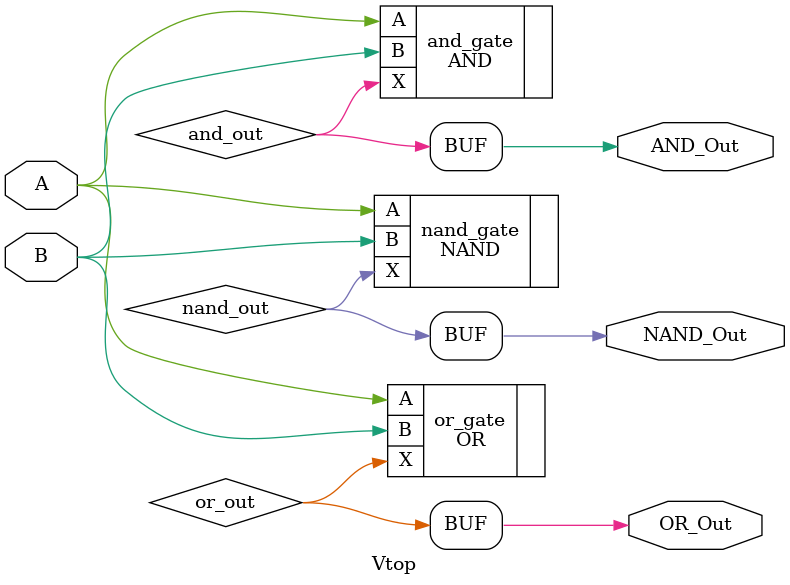
<source format=v>
module Vtop(
    input wire A,
    input wire B,
    output wire AND_Out,
    output wire OR_Out,
    output wire NAND_Out
);

    // Internal wires to connect the outputs of individual gates
    wire and_out;
    wire or_out;
    wire nand_out;

    // Instantiate AND gate
    AND and_gate (
        .X(and_out),
        .A(A),
        .B(B)
    );

    // Instantiate OR gate
    OR or_gate (
        .X(or_out),
        .A(A),
        .B(B)
    );

    // Instantiate NAND gate
    NAND nand_gate (
        .X(nand_out),
        .A(A),
        .B(B)
    );

    // Connect internal wires to module outputs
    assign AND_Out = and_out;
    assign OR_Out = or_out;
    assign NAND_Out = nand_out;

endmodule

</source>
